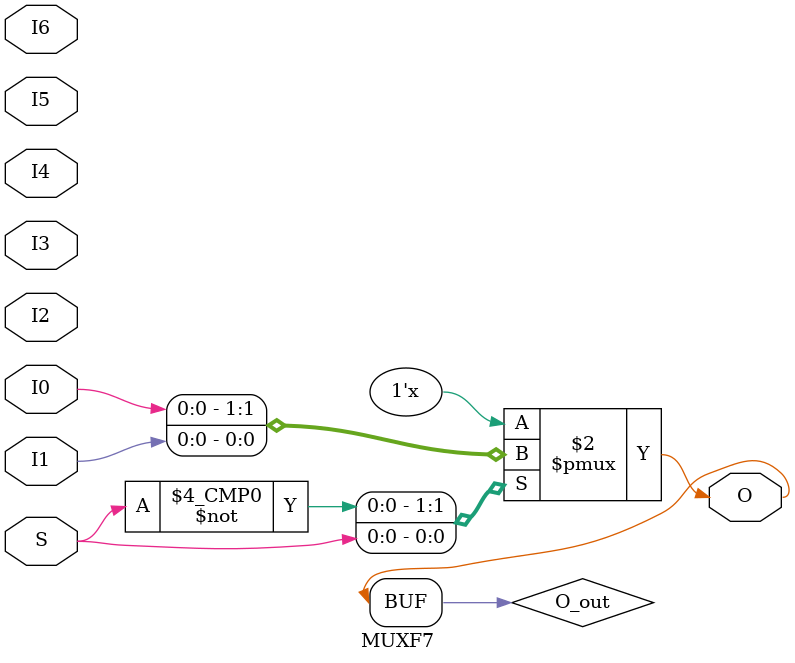
<source format=v>
module MUXF7 (O, I0, I1, I2, I3, I4, I5, I6, S);

    output O;
    input I0, I1, I2, I3, I4, I5, I6, S;

    reg O_out;

    always @(I0 or I1 or I2 or I3 or I4 or I5 or I6 or S) 
    begin
        case(S)
            3'b000: O_out = I0;
            3'b001: O_out = I1;
            3'b010: O_out = I2;
            3'b011: O_out = I3;
            3'b100: O_out = I4;
            3'b101: O_out = I5;
            3'b110: O_out = I6;
            default: O_out = 1'b0; // This is the default value in case S is not a valid input
        endcase
    end

    assign O = O_out;

endmodule
</source>
